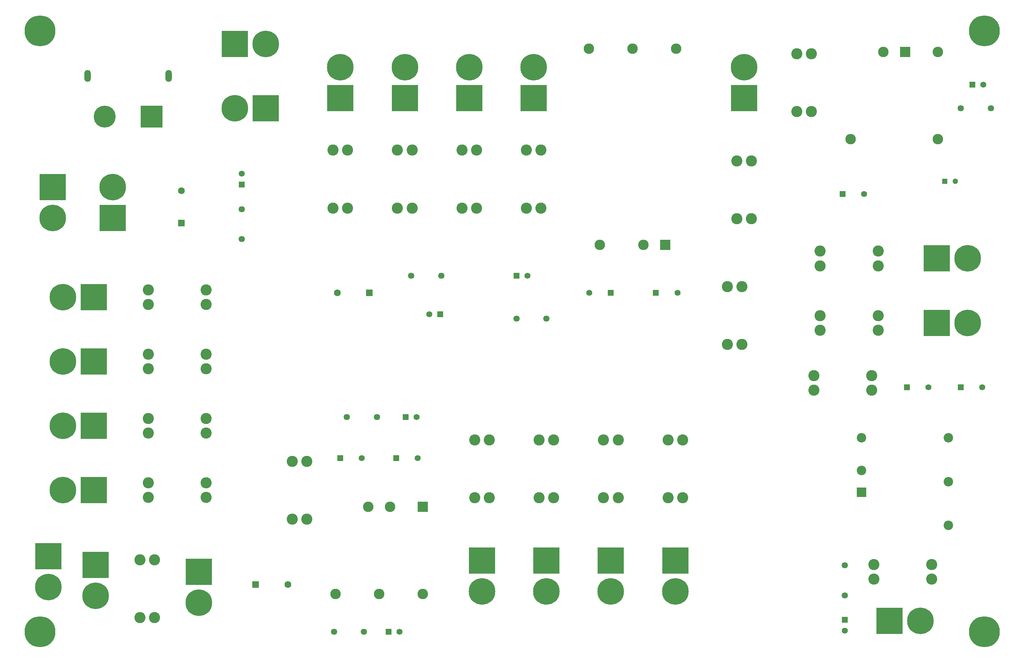
<source format=gts>
G04*
G04 #@! TF.GenerationSoftware,Altium Limited,Altium Designer,22.8.2 (66)*
G04*
G04 Layer_Color=8388736*
%FSLAX42Y42*%
%MOMM*%
G71*
G04*
G04 #@! TF.SameCoordinates,682EC182-1CE9-4BC9-A6E4-3494537964B9*
G04*
G04*
G04 #@! TF.FilePolarity,Negative*
G04*
G01*
G75*
%ADD14R,1.60X1.60*%
%ADD15C,1.60*%
%ADD16R,6.20X6.20*%
%ADD17C,6.20*%
%ADD18C,2.60*%
%ADD19R,5.12X5.12*%
%ADD20C,5.12*%
%ADD21O,1.50X2.80*%
%ADD22R,1.41X1.41*%
%ADD23C,1.41*%
%ADD24R,1.60X1.60*%
%ADD25C,1.46*%
%ADD26R,6.20X6.20*%
%ADD27R,1.41X1.41*%
%ADD28C,1.40*%
%ADD29R,1.40X1.40*%
%ADD30C,2.45*%
%ADD31R,2.45X2.45*%
%ADD32C,2.20*%
%ADD33R,2.20X2.20*%
%ADD34C,7.20*%
%ADD35R,2.45X2.45*%
%ADD36R,1.30X1.30*%
%ADD37C,1.30*%
D14*
X8175Y8400D02*
D03*
X5525Y1600D02*
D03*
D15*
X7425Y8400D02*
D03*
X3800Y10775D02*
D03*
X6275Y1600D02*
D03*
D16*
X15300Y2160D02*
D03*
X13800D02*
D03*
X12300D02*
D03*
X10800D02*
D03*
X800Y10860D02*
D03*
X2200Y10140D02*
D03*
X4200Y1900D02*
D03*
X1800Y2060D02*
D03*
X700Y2260D02*
D03*
X12000Y12940D02*
D03*
X10500D02*
D03*
X9000D02*
D03*
X7500D02*
D03*
X16900D02*
D03*
D17*
X15300Y1440D02*
D03*
X13800D02*
D03*
X12300D02*
D03*
X10800D02*
D03*
X800Y10140D02*
D03*
X2200Y10860D02*
D03*
X5760Y14200D02*
D03*
X21010Y750D02*
D03*
X22110Y9200D02*
D03*
Y7700D02*
D03*
X4200Y1180D02*
D03*
X1800Y1340D02*
D03*
X700Y1540D02*
D03*
X1040Y5300D02*
D03*
Y6800D02*
D03*
Y8300D02*
D03*
X12000Y13660D02*
D03*
X10500D02*
D03*
X9000D02*
D03*
X7500D02*
D03*
X16900D02*
D03*
X5040Y12700D02*
D03*
X1040Y3800D02*
D03*
D18*
X15470Y4974D02*
D03*
X15130D02*
D03*
X15470Y3626D02*
D03*
X15130D02*
D03*
X13970Y4974D02*
D03*
X13630D02*
D03*
X13970Y3626D02*
D03*
X13630D02*
D03*
X12470Y4974D02*
D03*
X12130D02*
D03*
X12470Y3626D02*
D03*
X12130D02*
D03*
X10970Y4974D02*
D03*
X10630D02*
D03*
X10970Y3626D02*
D03*
X10630D02*
D03*
X3026Y8470D02*
D03*
Y8130D02*
D03*
X4374Y8470D02*
D03*
Y8130D02*
D03*
X2830Y827D02*
D03*
X3170D02*
D03*
X2830Y2174D02*
D03*
X3170D02*
D03*
X12170Y11724D02*
D03*
X11830D02*
D03*
X12170Y10376D02*
D03*
X11830D02*
D03*
X10670Y11724D02*
D03*
X10330D02*
D03*
X10670Y10376D02*
D03*
X10330D02*
D03*
X9170Y11724D02*
D03*
X8830D02*
D03*
X9170Y10376D02*
D03*
X8830D02*
D03*
X7670Y11724D02*
D03*
X7330D02*
D03*
X7670Y10376D02*
D03*
X7330D02*
D03*
X17070Y11474D02*
D03*
X16730D02*
D03*
X17070Y10126D02*
D03*
X16730D02*
D03*
X21274Y1730D02*
D03*
Y2070D02*
D03*
X19926Y1730D02*
D03*
Y2070D02*
D03*
X20024Y9030D02*
D03*
Y9370D02*
D03*
X18676Y9030D02*
D03*
Y9370D02*
D03*
X20024Y7530D02*
D03*
Y7870D02*
D03*
X18676Y7530D02*
D03*
Y7870D02*
D03*
X16850Y8547D02*
D03*
X16510D02*
D03*
X16850Y7200D02*
D03*
X16510D02*
D03*
X6380Y3126D02*
D03*
X6720D02*
D03*
X6380Y4474D02*
D03*
X6720D02*
D03*
X19874Y6130D02*
D03*
Y6470D02*
D03*
X18526Y6130D02*
D03*
Y6470D02*
D03*
X4374Y6630D02*
D03*
Y6970D02*
D03*
X3026Y6630D02*
D03*
Y6970D02*
D03*
X4374Y5130D02*
D03*
Y5470D02*
D03*
X3026Y5130D02*
D03*
Y5470D02*
D03*
X18130Y12626D02*
D03*
X18470D02*
D03*
X18130Y13974D02*
D03*
X18470D02*
D03*
X4374Y3630D02*
D03*
Y3970D02*
D03*
X3026Y3630D02*
D03*
Y3970D02*
D03*
D19*
X3100Y12510D02*
D03*
D20*
X2010D02*
D03*
D21*
X3500Y13450D02*
D03*
X1610D02*
D03*
D22*
X11603Y8800D02*
D03*
X9827Y7900D02*
D03*
X9023Y5500D02*
D03*
X22223Y13250D02*
D03*
X8623Y500D02*
D03*
D23*
X11857Y8800D02*
D03*
X9573Y7900D02*
D03*
X9277Y5500D02*
D03*
X19250Y523D02*
D03*
X5200Y11177D02*
D03*
X22477Y13250D02*
D03*
X8877Y500D02*
D03*
D24*
X3800Y10025D02*
D03*
D25*
X9850Y8800D02*
D03*
X9150D02*
D03*
X21950Y12700D02*
D03*
X22650D02*
D03*
X19250Y1350D02*
D03*
Y2050D02*
D03*
X11600Y7800D02*
D03*
X12300D02*
D03*
X8350Y5500D02*
D03*
X7650D02*
D03*
X7350Y500D02*
D03*
X8050D02*
D03*
X5200Y9650D02*
D03*
Y10350D02*
D03*
D26*
X5040Y14200D02*
D03*
X20290Y750D02*
D03*
X21390Y9200D02*
D03*
Y7700D02*
D03*
X1760Y5300D02*
D03*
Y6800D02*
D03*
Y8300D02*
D03*
X5760Y12700D02*
D03*
X1760Y3800D02*
D03*
D27*
X19250Y777D02*
D03*
X5200Y10923D02*
D03*
D28*
X19700Y10700D02*
D03*
X21200Y6200D02*
D03*
X22450D02*
D03*
X13300Y8400D02*
D03*
X8000Y4550D02*
D03*
X9300D02*
D03*
X15350Y8400D02*
D03*
D29*
X19200Y10700D02*
D03*
X20700Y6200D02*
D03*
X21950D02*
D03*
X13800Y8400D02*
D03*
X7500Y4550D02*
D03*
X8800D02*
D03*
X14850Y8400D02*
D03*
D30*
X21416Y14016D02*
D03*
Y11984D02*
D03*
X19384D02*
D03*
X20146Y14016D02*
D03*
X14554Y9514D02*
D03*
X13538D02*
D03*
X14300Y14086D02*
D03*
X15316D02*
D03*
X13284D02*
D03*
X8400Y1384D02*
D03*
X8654Y3416D02*
D03*
X8146D02*
D03*
X9416Y1384D02*
D03*
X7384D02*
D03*
D31*
X20654Y14016D02*
D03*
D32*
X19635Y5020D02*
D03*
X21665D02*
D03*
Y4000D02*
D03*
Y2980D02*
D03*
X19635Y4260D02*
D03*
D33*
Y3750D02*
D03*
D34*
X22500Y14500D02*
D03*
Y500D02*
D03*
X500D02*
D03*
Y14500D02*
D03*
D35*
X15062Y9514D02*
D03*
X9416Y3416D02*
D03*
D36*
X21575Y11000D02*
D03*
D37*
X21825D02*
D03*
M02*

</source>
